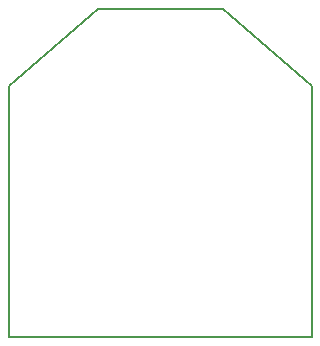
<source format=gbr>
G04 (created by PCBNEW (2013-mar-13)-testing) date Mon 16 Sep 2013 00:05:21 EST*
%MOIN*%
G04 Gerber Fmt 3.4, Leading zero omitted, Abs format*
%FSLAX34Y34*%
G01*
G70*
G90*
G04 APERTURE LIST*
%ADD10C,0.003937*%
%ADD11C,0.005906*%
G04 APERTURE END LIST*
G54D10*
G54D11*
X110Y94D02*
X47Y94D01*
X7161Y11019D02*
X7204Y11019D01*
X10114Y94D02*
X10161Y94D01*
X3019Y11019D02*
X47Y8456D01*
X47Y8456D02*
X47Y94D01*
X10161Y8468D02*
X10161Y94D01*
X78Y94D02*
X10122Y94D01*
X7204Y11019D02*
X10161Y8468D01*
X3015Y11019D02*
X7165Y11019D01*
M02*

</source>
